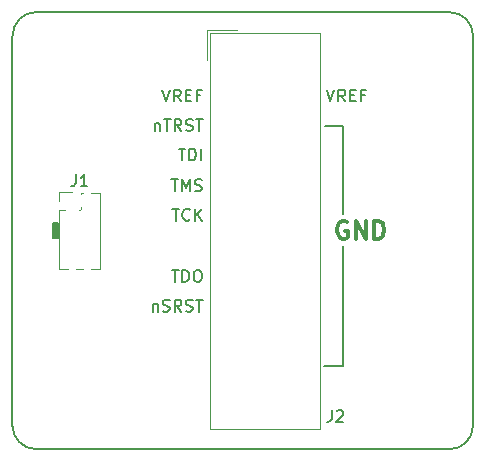
<source format=gbr>
G04 #@! TF.GenerationSoftware,KiCad,Pcbnew,5.0.1-33cea8e~68~ubuntu18.10.1*
G04 #@! TF.CreationDate,2018-11-26T23:36:52+02:00*
G04 #@! TF.ProjectId,BUS-BLASTER-AVR-1.27,4255532D424C41535445522D4156522D,v1.0*
G04 #@! TF.SameCoordinates,Original*
G04 #@! TF.FileFunction,Legend,Top*
G04 #@! TF.FilePolarity,Positive*
%FSLAX46Y46*%
G04 Gerber Fmt 4.6, Leading zero omitted, Abs format (unit mm)*
G04 Created by KiCad (PCBNEW 5.0.1-33cea8e~68~ubuntu18.10.1) date ma 26. marraskuuta 2018 23.36.52*
%MOMM*%
%LPD*%
G01*
G04 APERTURE LIST*
%ADD10C,0.150000*%
%ADD11C,0.200000*%
%ADD12C,0.300000*%
%ADD13C,0.120000*%
G04 APERTURE END LIST*
D10*
X65000000Y-87000000D02*
G75*
G02X63000000Y-85000000I0J2000000D01*
G01*
X102000000Y-85000000D02*
G75*
G02X100000000Y-87000000I-2000000J0D01*
G01*
X100000000Y-50000000D02*
G75*
G02X102000000Y-52000000I0J-2000000D01*
G01*
X63000000Y-52000000D02*
G75*
G02X65000000Y-50000000I2000000J0D01*
G01*
G36*
X66850000Y-67850000D02*
X66850000Y-69150000D01*
X66400000Y-69150000D01*
X66400000Y-67850000D01*
X66850000Y-67850000D01*
G37*
X66850000Y-67850000D02*
X66850000Y-69150000D01*
X66400000Y-69150000D01*
X66400000Y-67850000D01*
X66850000Y-67850000D01*
X74869166Y-74685714D02*
X74869166Y-75352380D01*
X74869166Y-74780952D02*
X74916785Y-74733333D01*
X75012023Y-74685714D01*
X75154880Y-74685714D01*
X75250119Y-74733333D01*
X75297738Y-74828571D01*
X75297738Y-75352380D01*
X75726309Y-75304761D02*
X75869166Y-75352380D01*
X76107261Y-75352380D01*
X76202500Y-75304761D01*
X76250119Y-75257142D01*
X76297738Y-75161904D01*
X76297738Y-75066666D01*
X76250119Y-74971428D01*
X76202500Y-74923809D01*
X76107261Y-74876190D01*
X75916785Y-74828571D01*
X75821547Y-74780952D01*
X75773928Y-74733333D01*
X75726309Y-74638095D01*
X75726309Y-74542857D01*
X75773928Y-74447619D01*
X75821547Y-74400000D01*
X75916785Y-74352380D01*
X76154880Y-74352380D01*
X76297738Y-74400000D01*
X77297738Y-75352380D02*
X76964404Y-74876190D01*
X76726309Y-75352380D02*
X76726309Y-74352380D01*
X77107261Y-74352380D01*
X77202500Y-74400000D01*
X77250119Y-74447619D01*
X77297738Y-74542857D01*
X77297738Y-74685714D01*
X77250119Y-74780952D01*
X77202500Y-74828571D01*
X77107261Y-74876190D01*
X76726309Y-74876190D01*
X77678690Y-75304761D02*
X77821547Y-75352380D01*
X78059642Y-75352380D01*
X78154880Y-75304761D01*
X78202500Y-75257142D01*
X78250119Y-75161904D01*
X78250119Y-75066666D01*
X78202500Y-74971428D01*
X78154880Y-74923809D01*
X78059642Y-74876190D01*
X77869166Y-74828571D01*
X77773928Y-74780952D01*
X77726309Y-74733333D01*
X77678690Y-74638095D01*
X77678690Y-74542857D01*
X77726309Y-74447619D01*
X77773928Y-74400000D01*
X77869166Y-74352380D01*
X78107261Y-74352380D01*
X78250119Y-74400000D01*
X78535833Y-74352380D02*
X79107261Y-74352380D01*
X78821547Y-75352380D02*
X78821547Y-74352380D01*
X76488214Y-71852380D02*
X77059642Y-71852380D01*
X76773928Y-72852380D02*
X76773928Y-71852380D01*
X77392976Y-72852380D02*
X77392976Y-71852380D01*
X77631071Y-71852380D01*
X77773928Y-71900000D01*
X77869166Y-71995238D01*
X77916785Y-72090476D01*
X77964404Y-72280952D01*
X77964404Y-72423809D01*
X77916785Y-72614285D01*
X77869166Y-72709523D01*
X77773928Y-72804761D01*
X77631071Y-72852380D01*
X77392976Y-72852380D01*
X78583452Y-71852380D02*
X78773928Y-71852380D01*
X78869166Y-71900000D01*
X78964404Y-71995238D01*
X79012023Y-72185714D01*
X79012023Y-72519047D01*
X78964404Y-72709523D01*
X78869166Y-72804761D01*
X78773928Y-72852380D01*
X78583452Y-72852380D01*
X78488214Y-72804761D01*
X78392976Y-72709523D01*
X78345357Y-72519047D01*
X78345357Y-72185714D01*
X78392976Y-71995238D01*
X78488214Y-71900000D01*
X78583452Y-71852380D01*
X76535833Y-66652380D02*
X77107261Y-66652380D01*
X76821547Y-67652380D02*
X76821547Y-66652380D01*
X78012023Y-67557142D02*
X77964404Y-67604761D01*
X77821547Y-67652380D01*
X77726309Y-67652380D01*
X77583452Y-67604761D01*
X77488214Y-67509523D01*
X77440595Y-67414285D01*
X77392976Y-67223809D01*
X77392976Y-67080952D01*
X77440595Y-66890476D01*
X77488214Y-66795238D01*
X77583452Y-66700000D01*
X77726309Y-66652380D01*
X77821547Y-66652380D01*
X77964404Y-66700000D01*
X78012023Y-66747619D01*
X78440595Y-67652380D02*
X78440595Y-66652380D01*
X79012023Y-67652380D02*
X78583452Y-67080952D01*
X79012023Y-66652380D02*
X78440595Y-67223809D01*
X76440595Y-64152380D02*
X77012023Y-64152380D01*
X76726309Y-65152380D02*
X76726309Y-64152380D01*
X77345357Y-65152380D02*
X77345357Y-64152380D01*
X77678690Y-64866666D01*
X78012023Y-64152380D01*
X78012023Y-65152380D01*
X78440595Y-65104761D02*
X78583452Y-65152380D01*
X78821547Y-65152380D01*
X78916785Y-65104761D01*
X78964404Y-65057142D01*
X79012023Y-64961904D01*
X79012023Y-64866666D01*
X78964404Y-64771428D01*
X78916785Y-64723809D01*
X78821547Y-64676190D01*
X78631071Y-64628571D01*
X78535833Y-64580952D01*
X78488214Y-64533333D01*
X78440595Y-64438095D01*
X78440595Y-64342857D01*
X78488214Y-64247619D01*
X78535833Y-64200000D01*
X78631071Y-64152380D01*
X78869166Y-64152380D01*
X79012023Y-64200000D01*
X77059642Y-61552380D02*
X77631071Y-61552380D01*
X77345357Y-62552380D02*
X77345357Y-61552380D01*
X77964404Y-62552380D02*
X77964404Y-61552380D01*
X78202500Y-61552380D01*
X78345357Y-61600000D01*
X78440595Y-61695238D01*
X78488214Y-61790476D01*
X78535833Y-61980952D01*
X78535833Y-62123809D01*
X78488214Y-62314285D01*
X78440595Y-62409523D01*
X78345357Y-62504761D01*
X78202500Y-62552380D01*
X77964404Y-62552380D01*
X78964404Y-62552380D02*
X78964404Y-61552380D01*
X75059642Y-59385714D02*
X75059642Y-60052380D01*
X75059642Y-59480952D02*
X75107261Y-59433333D01*
X75202500Y-59385714D01*
X75345357Y-59385714D01*
X75440595Y-59433333D01*
X75488214Y-59528571D01*
X75488214Y-60052380D01*
X75821547Y-59052380D02*
X76392976Y-59052380D01*
X76107261Y-60052380D02*
X76107261Y-59052380D01*
X77297738Y-60052380D02*
X76964404Y-59576190D01*
X76726309Y-60052380D02*
X76726309Y-59052380D01*
X77107261Y-59052380D01*
X77202500Y-59100000D01*
X77250119Y-59147619D01*
X77297738Y-59242857D01*
X77297738Y-59385714D01*
X77250119Y-59480952D01*
X77202500Y-59528571D01*
X77107261Y-59576190D01*
X76726309Y-59576190D01*
X77678690Y-60004761D02*
X77821547Y-60052380D01*
X78059642Y-60052380D01*
X78154880Y-60004761D01*
X78202500Y-59957142D01*
X78250119Y-59861904D01*
X78250119Y-59766666D01*
X78202500Y-59671428D01*
X78154880Y-59623809D01*
X78059642Y-59576190D01*
X77869166Y-59528571D01*
X77773928Y-59480952D01*
X77726309Y-59433333D01*
X77678690Y-59338095D01*
X77678690Y-59242857D01*
X77726309Y-59147619D01*
X77773928Y-59100000D01*
X77869166Y-59052380D01*
X78107261Y-59052380D01*
X78250119Y-59100000D01*
X78535833Y-59052380D02*
X79107261Y-59052380D01*
X78821547Y-60052380D02*
X78821547Y-59052380D01*
X75678690Y-56552380D02*
X76012023Y-57552380D01*
X76345357Y-56552380D01*
X77250119Y-57552380D02*
X76916785Y-57076190D01*
X76678690Y-57552380D02*
X76678690Y-56552380D01*
X77059642Y-56552380D01*
X77154880Y-56600000D01*
X77202500Y-56647619D01*
X77250119Y-56742857D01*
X77250119Y-56885714D01*
X77202500Y-56980952D01*
X77154880Y-57028571D01*
X77059642Y-57076190D01*
X76678690Y-57076190D01*
X77678690Y-57028571D02*
X78012023Y-57028571D01*
X78154880Y-57552380D02*
X77678690Y-57552380D01*
X77678690Y-56552380D01*
X78154880Y-56552380D01*
X78916785Y-57028571D02*
X78583452Y-57028571D01*
X78583452Y-57552380D02*
X78583452Y-56552380D01*
X79059642Y-56552380D01*
D11*
X91000000Y-80000000D02*
X91000000Y-69800000D01*
X89400000Y-80000000D02*
X91000000Y-80000000D01*
X91000000Y-59600000D02*
X91000000Y-67050000D01*
X89500000Y-59600000D02*
X91000000Y-59600000D01*
D12*
X91337857Y-67750000D02*
X91195000Y-67678571D01*
X90980714Y-67678571D01*
X90766428Y-67750000D01*
X90623571Y-67892857D01*
X90552142Y-68035714D01*
X90480714Y-68321428D01*
X90480714Y-68535714D01*
X90552142Y-68821428D01*
X90623571Y-68964285D01*
X90766428Y-69107142D01*
X90980714Y-69178571D01*
X91123571Y-69178571D01*
X91337857Y-69107142D01*
X91409285Y-69035714D01*
X91409285Y-68535714D01*
X91123571Y-68535714D01*
X92052142Y-69178571D02*
X92052142Y-67678571D01*
X92909285Y-69178571D01*
X92909285Y-67678571D01*
X93623571Y-69178571D02*
X93623571Y-67678571D01*
X93980714Y-67678571D01*
X94195000Y-67750000D01*
X94337857Y-67892857D01*
X94409285Y-68035714D01*
X94480714Y-68321428D01*
X94480714Y-68535714D01*
X94409285Y-68821428D01*
X94337857Y-68964285D01*
X94195000Y-69107142D01*
X93980714Y-69178571D01*
X93623571Y-69178571D01*
D10*
X89592738Y-56552380D02*
X89926071Y-57552380D01*
X90259404Y-56552380D01*
X91164166Y-57552380D02*
X90830833Y-57076190D01*
X90592738Y-57552380D02*
X90592738Y-56552380D01*
X90973690Y-56552380D01*
X91068928Y-56600000D01*
X91116547Y-56647619D01*
X91164166Y-56742857D01*
X91164166Y-56885714D01*
X91116547Y-56980952D01*
X91068928Y-57028571D01*
X90973690Y-57076190D01*
X90592738Y-57076190D01*
X91592738Y-57028571D02*
X91926071Y-57028571D01*
X92068928Y-57552380D02*
X91592738Y-57552380D01*
X91592738Y-56552380D01*
X92068928Y-56552380D01*
X92830833Y-57028571D02*
X92497500Y-57028571D01*
X92497500Y-57552380D02*
X92497500Y-56552380D01*
X92973690Y-56552380D01*
X65000000Y-50000000D02*
X100000000Y-50000000D01*
X102000000Y-85000000D02*
X102000000Y-52000000D01*
X65000000Y-87000000D02*
X100000000Y-87000000D01*
X63000000Y-52000000D02*
X63000000Y-85000000D01*
D13*
G04 #@! TO.C,J1*
X66920000Y-71745000D02*
X67742470Y-71745000D01*
X69627530Y-71745000D02*
X70450000Y-71745000D01*
X68357530Y-71745000D02*
X69012470Y-71745000D01*
X66920000Y-66730000D02*
X66920000Y-71745000D01*
X70450000Y-65275000D02*
X70450000Y-71745000D01*
X66920000Y-66730000D02*
X67486529Y-66730000D01*
X68613471Y-66730000D02*
X68756529Y-66730000D01*
X68810000Y-66676529D02*
X68810000Y-66533471D01*
X68810000Y-65406529D02*
X68810000Y-65275000D01*
X68810000Y-65275000D02*
X69012470Y-65275000D01*
X69627530Y-65275000D02*
X70450000Y-65275000D01*
X66920000Y-65970000D02*
X66920000Y-65210000D01*
X66920000Y-65210000D02*
X68050000Y-65210000D01*
G04 #@! TO.C,J2*
X89045000Y-51730000D02*
X89045000Y-85290000D01*
X89045000Y-85290000D02*
X79695000Y-85290000D01*
X79695000Y-85290000D02*
X79695000Y-51730000D01*
X79695000Y-51730000D02*
X89045000Y-51730000D01*
X79445000Y-51480000D02*
X79445000Y-54020000D01*
X79445000Y-51480000D02*
X81985000Y-51480000D01*
G04 #@! TD*
G04 #@! TO.C,J1*
D10*
X68351666Y-63727380D02*
X68351666Y-64441666D01*
X68304047Y-64584523D01*
X68208809Y-64679761D01*
X68065952Y-64727380D01*
X67970714Y-64727380D01*
X69351666Y-64727380D02*
X68780238Y-64727380D01*
X69065952Y-64727380D02*
X69065952Y-63727380D01*
X68970714Y-63870238D01*
X68875476Y-63965476D01*
X68780238Y-64013095D01*
G04 #@! TO.C,J2*
X90016666Y-83702380D02*
X90016666Y-84416666D01*
X89969047Y-84559523D01*
X89873809Y-84654761D01*
X89730952Y-84702380D01*
X89635714Y-84702380D01*
X90445238Y-83797619D02*
X90492857Y-83750000D01*
X90588095Y-83702380D01*
X90826190Y-83702380D01*
X90921428Y-83750000D01*
X90969047Y-83797619D01*
X91016666Y-83892857D01*
X91016666Y-83988095D01*
X90969047Y-84130952D01*
X90397619Y-84702380D01*
X91016666Y-84702380D01*
G04 #@! TD*
M02*

</source>
